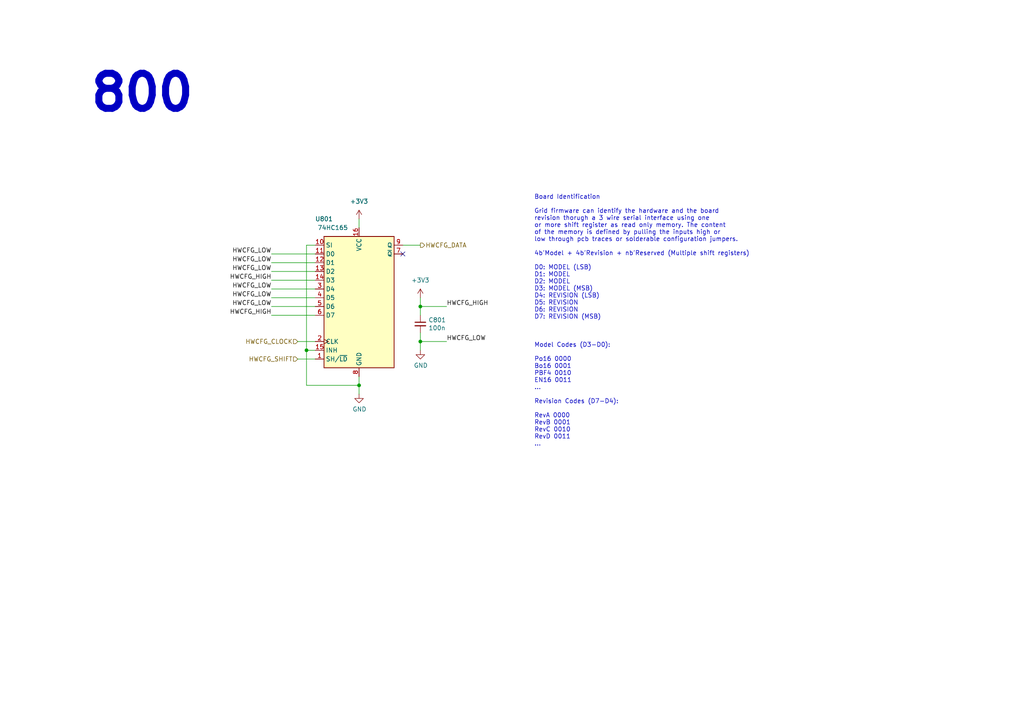
<source format=kicad_sch>
(kicad_sch (version 20230121) (generator eeschema)
  (paper "A4")
  (lib_symbols
    (symbol "power:+3V3" (power) (pin_names (offset 0))
      (property "Value" "+3V3" (at 0 3.556 0))
      (symbol "+3V3_0_1"
        (polyline (pts (xy -0.762 1.27) (xy 0 2.54)))
        (polyline (pts (xy 0 0) (xy 0 2.54)))
        (polyline (pts (xy 0 2.54) (xy 0.762 1.27)))
      )
      (symbol "+3V3_1_1"
        (pin power_in line (at 0 0 90) (length 0) hide (name "+3V3") (number "1"))
      )
    )
    (symbol "power:GND" (power) (pin_names (offset 0))
      (property "Value" "GND" (at 0 -3.81 0))
      (symbol "GND_0_1"
        (polyline (pts (xy 0 0) (xy 0 -1.27) (xy 1.27 -1.27) (xy 0 -2.54) (xy -1.27 -1.27) (xy 0 -1.27)))
      )
      (symbol "GND_1_1"
        (pin power_in line (at 0 0 270) (length 0) hide (name "GND") (number "1"))
      )
    )
    (symbol "suku_basics:74HC165"
      (property "Reference" "U" (at -15.24 25.4 0))
      (property "Value" "74HC165" (at -12.7 20.32 0))
      (symbol "74HC165_1_0"
        (pin input line (at -12.7 12.7 0) (length 2.54) (name "D0") (number "11"))
        (pin input line (at -12.7 10.16 0) (length 2.54) (name "D1") (number "12"))
        (pin input line (at -12.7 7.62 0) (length 2.54) (name "D2") (number "13"))
        (pin input line (at -12.7 5.08 0) (length 2.54) (name "D3") (number "14"))
        (pin power_in line (at 0 20.32 270) (length 2.54) (name "VCC") (number "16"))
        (pin input clock (at -12.7 -12.7 0) (length 2.54) (name "CLK") (number "2"))
        (pin input line (at -12.7 2.54 0) (length 2.54) (name "D4") (number "3"))
        (pin input line (at -12.7 0 0) (length 2.54) (name "D5") (number "4"))
        (pin input line (at -12.7 -2.54 0) (length 2.54) (name "D6") (number "5"))
        (pin input line (at -12.7 -5.08 0) (length 2.54) (name "D7") (number "6"))
        (pin power_in line (at 0 -22.86 90) (length 2.54) (name "GND") (number "8"))
        (pin output line (at 12.7 15.24 180) (length 2.54) (name "Q") (number "9"))
      )
      (symbol "74HC165_1_1"
        (rectangle (start -10.16 17.78) (end 10.16 -20.32) (stroke (width 0.254)) (fill (type background)))
        (pin input line (at -12.7 -17.78 0) (length 2.54) (name "SH/~{LD}") (number "1"))
        (pin input line (at -12.7 15.24 0) (length 2.54) (name "SI") (number "10"))
        (pin input line (at -12.7 -15.24 0) (length 2.54) (name "INH") (number "15"))
        (pin output line (at 12.7 12.7 180) (length 2.54) (name "~{Q}") (number "7"))
      )
    )
    (symbol "suku_basics:CAP" (pin_numbers hide) (pin_names (offset 0.254) hide)
      (property "Reference" "C" (at 0.254 1.778 0))
      (property "Value" "CAP" (at 0.254 -2.032 0))
      (symbol "CAP_0_1"
        (polyline (pts (xy -1.524 -0.508) (xy 1.524 -0.508)) (stroke (width 0.3302)))
        (polyline (pts (xy -1.524 0.508) (xy 1.524 0.508)) (stroke (width 0.3048)))
      )
      (symbol "CAP_1_1"
        (pin passive line (at 0 2.54 270) (length 2.032) (name "~") (number "1"))
        (pin passive line (at 0 -2.54 90) (length 2.032) (name "~") (number "2"))
      )
    )
  )
  (junction (at 104.14 111.76))
  (junction (at 88.9 101.6))
  (junction (at 121.92 99.06))
  (junction (at 121.92 88.9))
  (no_connect (at 116.84 73.66))
  (wire (pts (xy 88.9 71.12) (xy 88.9 101.6)))
  (wire (pts (xy 91.44 83.82) (xy 78.74 83.82)))
  (wire (pts (xy 104.14 111.76) (xy 104.14 109.22)))
  (wire (pts (xy 91.44 101.6) (xy 88.9 101.6)))
  (wire (pts (xy 91.44 99.06) (xy 86.36 99.06)))
  (wire (pts (xy 91.44 86.36) (xy 78.74 86.36)))
  (wire (pts (xy 91.44 88.9) (xy 78.74 88.9)))
  (wire (pts (xy 91.44 76.2) (xy 78.74 76.2)))
  (wire (pts (xy 104.14 63.5) (xy 104.14 66.04)))
  (wire (pts (xy 78.74 91.44) (xy 91.44 91.44)))
  (wire (pts (xy 104.14 114.3) (xy 104.14 111.76)))
  (wire (pts (xy 121.92 99.06) (xy 121.92 101.6)))
  (wire (pts (xy 91.44 71.12) (xy 88.9 71.12)))
  (wire (pts (xy 78.74 73.66) (xy 91.44 73.66)))
  (wire (pts (xy 121.92 96.52) (xy 121.92 99.06)))
  (wire (pts (xy 88.9 101.6) (xy 88.9 111.76)))
  (wire (pts (xy 121.92 88.9) (xy 121.92 91.44)))
  (wire (pts (xy 88.9 111.76) (xy 104.14 111.76)))
  (wire (pts (xy 91.44 81.28) (xy 78.74 81.28)))
  (wire (pts (xy 116.84 71.12) (xy 121.92 71.12)))
  (wire (pts (xy 121.92 88.9) (xy 129.54 88.9)))
  (wire (pts (xy 121.92 86.36) (xy 121.92 88.9)))
  (wire (pts (xy 121.92 99.06) (xy 129.54 99.06)))
  (wire (pts (xy 91.44 78.74) (xy 78.74 78.74)))
  (wire (pts (xy 91.44 104.14) (xy 86.36 104.14)))
  (text "800" (at 25.4 33.02 0) (effects (font (size 10.16 10.16) (thickness 2.032) bold) (justify left bottom)))
  (text "Board Identification\n\nGrid firmware can identify the hardware and the board \nrevision thorugh a 3 wire serial interface using one \nor more shift register as read only memory. The content\nof the memory is defined by pulling the inputs high or\nlow through pcb traces or solderable configuration jumpers.\n\n4b'Model + 4b'Revision + nb'Reserved (Multiple shift registers)\n\nD0: MODEL (LSB)\nD1: MODEL\nD2: MODEL\nD3: MODEL (MSB)\nD4: REVISION (LSB)\nD5: REVISION\nD6: REVISION\nD7: REVISION (MSB)\n\n\n\nModel Codes (D3-D0):\n\nPo16 0000\nBo16 0001\nPBF4 0010\nEN16 0011\n...\n\nRevision Codes (D7-D4):\n\nRevA 0000\nRevB 0001\nRevC 0010\nRevD 0011\n...\n" (at 154.94 129.54 0) (effects (font (size 1.27 1.27)) (justify left bottom)))
  (label "HWCFG_LOW" (at 78.74 73.66 180))
  (label "HWCFG_LOW" (at 129.54 99.06 0))
  (label "HWCFG_HIGH" (at 78.74 81.28 180))
  (label "HWCFG_LOW" (at 78.74 83.82 180))
  (label "HWCFG_LOW" (at 78.74 78.74 180))
  (label "HWCFG_LOW" (at 78.74 86.36 180))
  (label "HWCFG_HIGH" (at 129.54 88.9 0))
  (label "HWCFG_HIGH" (at 78.74 91.44 180))
  (label "HWCFG_LOW" (at 78.74 76.2 180))
  (label "HWCFG_LOW" (at 78.74 88.9 180))
  (hierarchical_label "HWCFG_CLOCK" (shape input) (at 86.36 99.06 180))
  (hierarchical_label "HWCFG_SHIFT" (shape input) (at 86.36 104.14 180))
  (hierarchical_label "HWCFG_DATA" (shape output) (at 121.92 71.12 0))
  (symbol (lib_id "suku_basics:74HC165") (at 104.14 86.36 0) (unit 1)
    (property "Reference" "U801" (at 93.98 63.5 0))
    (property "Value" "74HC165" (at 96.52 66.04 0))
    (property "Footprint" "suku_basics:SOIC-16_74HC165" (effects hide))
    (property "Datasheet" "http://www.ti.com/lit/ds/symlink/sn74hc595.pdf" (effects hide))
  )
  (symbol (lib_id "power:GND") (at 104.14 114.3 0) (unit 1)
    (property "Reference" "#PWR0882" (effects hide))
    (property "Value" "GND" (at 104.267 118.6942 0))
  )
  (symbol (lib_id "suku_basics:CAP") (at 121.92 93.98 0) (unit 1)
    (property "Reference" "C801" (at 124.2568 92.8116 0) (effects (justify left)))
    (property "Value" "100n" (at 124.2568 95.123 0) (effects (justify left)))
    (property "Footprint" "suku_basics:CAP_0402" (effects hide))
  )
  (symbol (lib_id "power:GND") (at 121.92 101.6 0) (unit 1)
    (property "Reference" "#PWR0943" (effects hide))
    (property "Value" "GND" (at 122.047 105.9942 0))
  )
  (symbol (lib_id "power:+3V3") (at 104.14 63.5 0) (unit 1)
    (property "Reference" "#PWR0881" (effects hide))
    (property "Value" "+3V3" (at 104.14 58.42 0))
  )
  (symbol (lib_id "power:+3V3") (at 121.92 86.36 0) (unit 1)
    (property "Reference" "#PWR0942" (effects hide))
    (property "Value" "+3V3" (at 121.92 81.28 0))
  )
)
</source>
